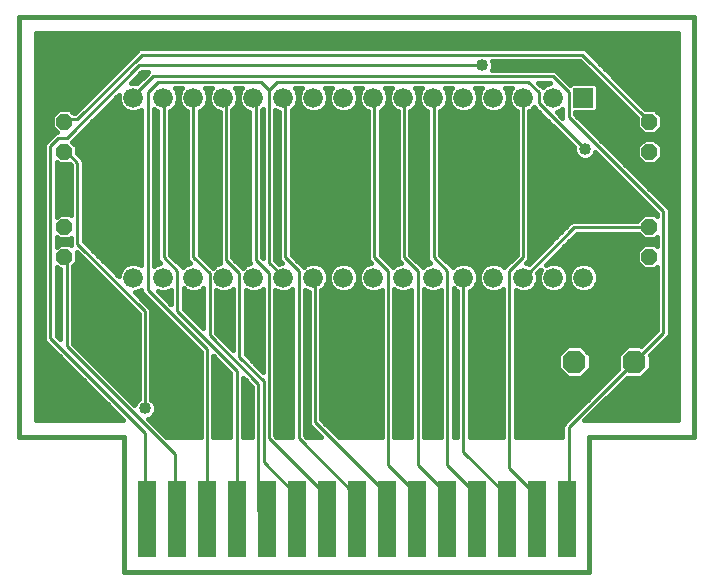
<source format=gbl>
G75*
%MOIN*%
%OFA0B0*%
%FSLAX25Y25*%
%IPPOS*%
%LPD*%
%AMOC8*
5,1,8,0,0,1.08239X$1,22.5*
%
%ADD10C,0.01600*%
%ADD11OC8,0.07600*%
%ADD12R,0.06600X0.06600*%
%ADD13C,0.06600*%
%ADD14OC8,0.05200*%
%ADD15R,0.06000X0.25500*%
%ADD16C,0.01000*%
%ADD17C,0.04000*%
D10*
X0176500Y0046900D02*
X0176500Y0186900D01*
X0401500Y0186900D01*
X0401500Y0046900D01*
X0366500Y0046900D01*
X0366500Y0001900D01*
X0211500Y0001900D01*
X0211500Y0046900D01*
X0176500Y0046900D01*
X0182100Y0052500D02*
X0182100Y0181300D01*
X0395900Y0181300D01*
X0395900Y0052500D01*
X0365386Y0052500D01*
X0364846Y0052276D01*
X0379167Y0066597D01*
X0379263Y0066500D01*
X0383737Y0066500D01*
X0386900Y0069663D01*
X0386900Y0074137D01*
X0386803Y0074233D01*
X0393200Y0080630D01*
X0393200Y0122870D01*
X0391970Y0124100D01*
X0361700Y0154370D01*
X0361700Y0155000D01*
X0368463Y0155000D01*
X0369400Y0155937D01*
X0369400Y0163863D01*
X0368463Y0164800D01*
X0360537Y0164800D01*
X0359954Y0164216D01*
X0355070Y0169100D01*
X0334075Y0169100D01*
X0334400Y0169884D01*
X0334400Y0171316D01*
X0334075Y0172100D01*
X0363230Y0172100D01*
X0382300Y0153030D01*
X0382300Y0150160D01*
X0384760Y0147700D01*
X0388240Y0147700D01*
X0390700Y0150160D01*
X0390700Y0153640D01*
X0388240Y0156100D01*
X0385170Y0156100D01*
X0364970Y0176300D01*
X0216530Y0176300D01*
X0215300Y0175070D01*
X0194930Y0154700D01*
X0194640Y0154700D01*
X0193240Y0156100D01*
X0189760Y0156100D01*
X0187300Y0153640D01*
X0187300Y0150160D01*
X0189060Y0148400D01*
X0188630Y0148400D01*
X0185930Y0145700D01*
X0184700Y0144470D01*
X0184700Y0078830D01*
X0211030Y0052500D01*
X0182100Y0052500D01*
X0182100Y0052848D02*
X0210682Y0052848D01*
X0209084Y0054446D02*
X0182100Y0054446D01*
X0182100Y0056045D02*
X0207485Y0056045D01*
X0205887Y0057643D02*
X0182100Y0057643D01*
X0182100Y0059242D02*
X0204288Y0059242D01*
X0202690Y0060840D02*
X0182100Y0060840D01*
X0182100Y0062439D02*
X0201091Y0062439D01*
X0199493Y0064037D02*
X0182100Y0064037D01*
X0182100Y0065636D02*
X0197894Y0065636D01*
X0196296Y0067234D02*
X0182100Y0067234D01*
X0182100Y0068833D02*
X0194697Y0068833D01*
X0193099Y0070432D02*
X0182100Y0070432D01*
X0182100Y0072030D02*
X0191500Y0072030D01*
X0189902Y0073629D02*
X0182100Y0073629D01*
X0182100Y0075227D02*
X0188303Y0075227D01*
X0186705Y0076826D02*
X0182100Y0076826D01*
X0182100Y0078424D02*
X0185106Y0078424D01*
X0184700Y0080023D02*
X0182100Y0080023D01*
X0182100Y0081621D02*
X0184700Y0081621D01*
X0184700Y0083220D02*
X0182100Y0083220D01*
X0182100Y0084818D02*
X0184700Y0084818D01*
X0184700Y0086417D02*
X0182100Y0086417D01*
X0182100Y0088015D02*
X0184700Y0088015D01*
X0184700Y0089614D02*
X0182100Y0089614D01*
X0182100Y0091212D02*
X0184700Y0091212D01*
X0184700Y0092811D02*
X0182100Y0092811D01*
X0182100Y0094409D02*
X0184700Y0094409D01*
X0184700Y0096008D02*
X0182100Y0096008D01*
X0182100Y0097606D02*
X0184700Y0097606D01*
X0184700Y0099205D02*
X0182100Y0099205D01*
X0182100Y0100803D02*
X0184700Y0100803D01*
X0184700Y0102402D02*
X0182100Y0102402D01*
X0182100Y0104000D02*
X0184700Y0104000D01*
X0184700Y0105599D02*
X0182100Y0105599D01*
X0182100Y0107197D02*
X0184700Y0107197D01*
X0184700Y0108796D02*
X0182100Y0108796D01*
X0182100Y0110394D02*
X0184700Y0110394D01*
X0184700Y0111993D02*
X0182100Y0111993D01*
X0182100Y0113591D02*
X0184700Y0113591D01*
X0184700Y0115190D02*
X0182100Y0115190D01*
X0182100Y0116788D02*
X0184700Y0116788D01*
X0184700Y0118387D02*
X0182100Y0118387D01*
X0182100Y0119985D02*
X0184700Y0119985D01*
X0184700Y0121584D02*
X0182100Y0121584D01*
X0182100Y0123182D02*
X0184700Y0123182D01*
X0184700Y0124781D02*
X0182100Y0124781D01*
X0182100Y0126379D02*
X0184700Y0126379D01*
X0184700Y0127978D02*
X0182100Y0127978D01*
X0182100Y0129576D02*
X0184700Y0129576D01*
X0184700Y0131175D02*
X0182100Y0131175D01*
X0182100Y0132773D02*
X0184700Y0132773D01*
X0184700Y0134372D02*
X0182100Y0134372D01*
X0182100Y0135970D02*
X0184700Y0135970D01*
X0184700Y0137569D02*
X0182100Y0137569D01*
X0182100Y0139168D02*
X0184700Y0139168D01*
X0184700Y0140766D02*
X0182100Y0140766D01*
X0182100Y0142365D02*
X0184700Y0142365D01*
X0184700Y0143963D02*
X0182100Y0143963D01*
X0182100Y0145562D02*
X0185792Y0145562D01*
X0187390Y0147160D02*
X0182100Y0147160D01*
X0182100Y0148759D02*
X0188702Y0148759D01*
X0187300Y0150357D02*
X0182100Y0150357D01*
X0182100Y0151956D02*
X0187300Y0151956D01*
X0187300Y0153554D02*
X0182100Y0153554D01*
X0182100Y0155153D02*
X0188813Y0155153D01*
X0182100Y0156751D02*
X0196981Y0156751D01*
X0195383Y0155153D02*
X0194187Y0155153D01*
X0198580Y0158350D02*
X0182100Y0158350D01*
X0182100Y0159948D02*
X0200178Y0159948D01*
X0201777Y0161547D02*
X0182100Y0161547D01*
X0182100Y0163145D02*
X0203375Y0163145D01*
X0204974Y0164744D02*
X0182100Y0164744D01*
X0182100Y0166342D02*
X0206572Y0166342D01*
X0208171Y0167941D02*
X0182100Y0167941D01*
X0182100Y0169539D02*
X0209769Y0169539D01*
X0211368Y0171138D02*
X0182100Y0171138D01*
X0182100Y0172736D02*
X0212966Y0172736D01*
X0214565Y0174335D02*
X0182100Y0174335D01*
X0182100Y0175933D02*
X0216163Y0175933D01*
X0217370Y0168500D02*
X0219530Y0168500D01*
X0218900Y0167870D01*
X0215726Y0164696D01*
X0215475Y0164800D01*
X0213670Y0164800D01*
X0217370Y0168500D01*
X0216811Y0167941D02*
X0218971Y0167941D01*
X0217372Y0166342D02*
X0215212Y0166342D01*
X0215611Y0164744D02*
X0215774Y0164744D01*
X0209600Y0160730D02*
X0209600Y0158925D01*
X0210346Y0157124D01*
X0211724Y0155746D01*
X0213525Y0155000D01*
X0215475Y0155000D01*
X0217100Y0155673D01*
X0217100Y0104127D01*
X0215475Y0104800D01*
X0213525Y0104800D01*
X0211724Y0104054D01*
X0210346Y0102676D01*
X0209600Y0100875D01*
X0209600Y0100370D01*
X0197900Y0112070D01*
X0197900Y0139070D01*
X0195700Y0141270D01*
X0195700Y0143640D01*
X0194105Y0145235D01*
X0194300Y0145430D01*
X0209600Y0160730D01*
X0209600Y0159948D02*
X0208818Y0159948D01*
X0209838Y0158350D02*
X0207219Y0158350D01*
X0205621Y0156751D02*
X0210719Y0156751D01*
X0213157Y0155153D02*
X0204022Y0155153D01*
X0202424Y0153554D02*
X0217100Y0153554D01*
X0217100Y0151956D02*
X0200825Y0151956D01*
X0199227Y0150357D02*
X0217100Y0150357D01*
X0217100Y0148759D02*
X0197628Y0148759D01*
X0196030Y0147160D02*
X0217100Y0147160D01*
X0217100Y0145562D02*
X0194431Y0145562D01*
X0195377Y0143963D02*
X0217100Y0143963D01*
X0217100Y0142365D02*
X0195700Y0142365D01*
X0196204Y0140766D02*
X0217100Y0140766D01*
X0217100Y0139168D02*
X0197802Y0139168D01*
X0197900Y0137569D02*
X0217100Y0137569D01*
X0217100Y0135970D02*
X0197900Y0135970D01*
X0197900Y0134372D02*
X0217100Y0134372D01*
X0217100Y0132773D02*
X0197900Y0132773D01*
X0197900Y0131175D02*
X0217100Y0131175D01*
X0217100Y0129576D02*
X0197900Y0129576D01*
X0197900Y0127978D02*
X0217100Y0127978D01*
X0217100Y0126379D02*
X0197900Y0126379D01*
X0197900Y0124781D02*
X0217100Y0124781D01*
X0217100Y0123182D02*
X0197900Y0123182D01*
X0197900Y0121584D02*
X0217100Y0121584D01*
X0217100Y0119985D02*
X0197900Y0119985D01*
X0197900Y0118387D02*
X0217100Y0118387D01*
X0217100Y0116788D02*
X0197900Y0116788D01*
X0197900Y0115190D02*
X0217100Y0115190D01*
X0217100Y0113591D02*
X0197900Y0113591D01*
X0197977Y0111993D02*
X0217100Y0111993D01*
X0217100Y0110394D02*
X0199576Y0110394D01*
X0201174Y0108796D02*
X0217100Y0108796D01*
X0217100Y0107197D02*
X0202773Y0107197D01*
X0204371Y0105599D02*
X0217100Y0105599D01*
X0221300Y0105599D02*
X0222731Y0105599D01*
X0222500Y0105830D02*
X0223530Y0104800D01*
X0223525Y0104800D01*
X0221724Y0104054D01*
X0221300Y0103630D01*
X0221300Y0156170D01*
X0221724Y0155746D01*
X0222500Y0155425D01*
X0222500Y0105830D01*
X0222500Y0107197D02*
X0221300Y0107197D01*
X0221300Y0108796D02*
X0222500Y0108796D01*
X0222500Y0110394D02*
X0221300Y0110394D01*
X0221300Y0111993D02*
X0222500Y0111993D01*
X0222500Y0113591D02*
X0221300Y0113591D01*
X0221300Y0115190D02*
X0222500Y0115190D01*
X0222500Y0116788D02*
X0221300Y0116788D01*
X0221300Y0118387D02*
X0222500Y0118387D01*
X0222500Y0119985D02*
X0221300Y0119985D01*
X0221300Y0121584D02*
X0222500Y0121584D01*
X0222500Y0123182D02*
X0221300Y0123182D01*
X0221300Y0124781D02*
X0222500Y0124781D01*
X0222500Y0126379D02*
X0221300Y0126379D01*
X0221300Y0127978D02*
X0222500Y0127978D01*
X0222500Y0129576D02*
X0221300Y0129576D01*
X0221300Y0131175D02*
X0222500Y0131175D01*
X0222500Y0132773D02*
X0221300Y0132773D01*
X0221300Y0134372D02*
X0222500Y0134372D01*
X0222500Y0135970D02*
X0221300Y0135970D01*
X0221300Y0137569D02*
X0222500Y0137569D01*
X0222500Y0139168D02*
X0221300Y0139168D01*
X0221300Y0140766D02*
X0222500Y0140766D01*
X0222500Y0142365D02*
X0221300Y0142365D01*
X0221300Y0143963D02*
X0222500Y0143963D01*
X0222500Y0145562D02*
X0221300Y0145562D01*
X0221300Y0147160D02*
X0222500Y0147160D01*
X0222500Y0148759D02*
X0221300Y0148759D01*
X0221300Y0150357D02*
X0222500Y0150357D01*
X0222500Y0151956D02*
X0221300Y0151956D01*
X0221300Y0153554D02*
X0222500Y0153554D01*
X0222500Y0155153D02*
X0221300Y0155153D01*
X0217100Y0155153D02*
X0215843Y0155153D01*
X0226700Y0155153D02*
X0232400Y0155153D01*
X0232400Y0155466D02*
X0232400Y0105830D01*
X0233458Y0104772D01*
X0231724Y0104054D01*
X0230970Y0103300D01*
X0229970Y0104300D01*
X0226700Y0107570D01*
X0226700Y0155508D01*
X0227276Y0155746D01*
X0228654Y0157124D01*
X0229400Y0158925D01*
X0229400Y0160875D01*
X0228654Y0162676D01*
X0228230Y0163100D01*
X0230770Y0163100D01*
X0230346Y0162676D01*
X0229600Y0160875D01*
X0229600Y0158925D01*
X0230346Y0157124D01*
X0231724Y0155746D01*
X0232400Y0155466D01*
X0232400Y0153554D02*
X0226700Y0153554D01*
X0226700Y0151956D02*
X0232400Y0151956D01*
X0232400Y0150357D02*
X0226700Y0150357D01*
X0226700Y0148759D02*
X0232400Y0148759D01*
X0232400Y0147160D02*
X0226700Y0147160D01*
X0226700Y0145562D02*
X0232400Y0145562D01*
X0232400Y0143963D02*
X0226700Y0143963D01*
X0226700Y0142365D02*
X0232400Y0142365D01*
X0232400Y0140766D02*
X0226700Y0140766D01*
X0226700Y0139168D02*
X0232400Y0139168D01*
X0232400Y0137569D02*
X0226700Y0137569D01*
X0226700Y0135970D02*
X0232400Y0135970D01*
X0232400Y0134372D02*
X0226700Y0134372D01*
X0226700Y0132773D02*
X0232400Y0132773D01*
X0232400Y0131175D02*
X0226700Y0131175D01*
X0226700Y0129576D02*
X0232400Y0129576D01*
X0232400Y0127978D02*
X0226700Y0127978D01*
X0226700Y0126379D02*
X0232400Y0126379D01*
X0232400Y0124781D02*
X0226700Y0124781D01*
X0226700Y0123182D02*
X0232400Y0123182D01*
X0232400Y0121584D02*
X0226700Y0121584D01*
X0226700Y0119985D02*
X0232400Y0119985D01*
X0232400Y0118387D02*
X0226700Y0118387D01*
X0226700Y0116788D02*
X0232400Y0116788D01*
X0232400Y0115190D02*
X0226700Y0115190D01*
X0226700Y0113591D02*
X0232400Y0113591D01*
X0232400Y0111993D02*
X0226700Y0111993D01*
X0226700Y0110394D02*
X0232400Y0110394D01*
X0232400Y0108796D02*
X0226700Y0108796D01*
X0227073Y0107197D02*
X0232400Y0107197D01*
X0232631Y0105599D02*
X0228671Y0105599D01*
X0230270Y0104000D02*
X0231671Y0104000D01*
X0236973Y0107197D02*
X0243200Y0107197D01*
X0243200Y0105599D02*
X0238571Y0105599D01*
X0240170Y0104000D02*
X0241671Y0104000D01*
X0241724Y0104054D02*
X0243387Y0104743D01*
X0243200Y0104930D01*
X0243200Y0155135D01*
X0241724Y0155746D01*
X0240346Y0157124D01*
X0239600Y0158925D01*
X0239600Y0160875D01*
X0240346Y0162676D01*
X0240770Y0163100D01*
X0238230Y0163100D01*
X0238654Y0162676D01*
X0239400Y0160875D01*
X0239400Y0158925D01*
X0238654Y0157124D01*
X0237276Y0155746D01*
X0236600Y0155466D01*
X0236600Y0107570D01*
X0240920Y0103250D01*
X0241724Y0104054D01*
X0243200Y0108796D02*
X0236600Y0108796D01*
X0236600Y0110394D02*
X0243200Y0110394D01*
X0243200Y0111993D02*
X0236600Y0111993D01*
X0236600Y0113591D02*
X0243200Y0113591D01*
X0243200Y0115190D02*
X0236600Y0115190D01*
X0236600Y0116788D02*
X0243200Y0116788D01*
X0243200Y0118387D02*
X0236600Y0118387D01*
X0236600Y0119985D02*
X0243200Y0119985D01*
X0243200Y0121584D02*
X0236600Y0121584D01*
X0236600Y0123182D02*
X0243200Y0123182D01*
X0243200Y0124781D02*
X0236600Y0124781D01*
X0236600Y0126379D02*
X0243200Y0126379D01*
X0243200Y0127978D02*
X0236600Y0127978D01*
X0236600Y0129576D02*
X0243200Y0129576D01*
X0243200Y0131175D02*
X0236600Y0131175D01*
X0236600Y0132773D02*
X0243200Y0132773D01*
X0243200Y0134372D02*
X0236600Y0134372D01*
X0236600Y0135970D02*
X0243200Y0135970D01*
X0243200Y0137569D02*
X0236600Y0137569D01*
X0236600Y0139168D02*
X0243200Y0139168D01*
X0243200Y0140766D02*
X0236600Y0140766D01*
X0236600Y0142365D02*
X0243200Y0142365D01*
X0243200Y0143963D02*
X0236600Y0143963D01*
X0236600Y0145562D02*
X0243200Y0145562D01*
X0243200Y0147160D02*
X0236600Y0147160D01*
X0236600Y0148759D02*
X0243200Y0148759D01*
X0243200Y0150357D02*
X0236600Y0150357D01*
X0236600Y0151956D02*
X0243200Y0151956D01*
X0243200Y0153554D02*
X0236600Y0153554D01*
X0236600Y0155153D02*
X0243157Y0155153D01*
X0240719Y0156751D02*
X0238281Y0156751D01*
X0239162Y0158350D02*
X0239838Y0158350D01*
X0239600Y0159948D02*
X0239400Y0159948D01*
X0239122Y0161547D02*
X0239878Y0161547D01*
X0248230Y0163100D02*
X0250770Y0163100D01*
X0250346Y0162676D01*
X0249600Y0160875D01*
X0249600Y0158925D01*
X0250346Y0157124D01*
X0251724Y0155746D01*
X0253100Y0155176D01*
X0253100Y0104930D01*
X0253317Y0104714D01*
X0251724Y0104054D01*
X0250870Y0103200D01*
X0250670Y0103400D01*
X0247400Y0106670D01*
X0247400Y0155870D01*
X0248654Y0157124D01*
X0249400Y0158925D01*
X0249400Y0160875D01*
X0248654Y0162676D01*
X0248230Y0163100D01*
X0249122Y0161547D02*
X0249878Y0161547D01*
X0249600Y0159948D02*
X0249400Y0159948D01*
X0249162Y0158350D02*
X0249838Y0158350D01*
X0250719Y0156751D02*
X0248281Y0156751D01*
X0247400Y0155153D02*
X0253100Y0155153D01*
X0253100Y0153554D02*
X0247400Y0153554D01*
X0247400Y0151956D02*
X0253100Y0151956D01*
X0253100Y0150357D02*
X0247400Y0150357D01*
X0247400Y0148759D02*
X0253100Y0148759D01*
X0253100Y0147160D02*
X0247400Y0147160D01*
X0247400Y0145562D02*
X0253100Y0145562D01*
X0253100Y0143963D02*
X0247400Y0143963D01*
X0247400Y0142365D02*
X0253100Y0142365D01*
X0253100Y0140766D02*
X0247400Y0140766D01*
X0247400Y0139168D02*
X0253100Y0139168D01*
X0253100Y0137569D02*
X0247400Y0137569D01*
X0247400Y0135970D02*
X0253100Y0135970D01*
X0253100Y0134372D02*
X0247400Y0134372D01*
X0247400Y0132773D02*
X0253100Y0132773D01*
X0253100Y0131175D02*
X0247400Y0131175D01*
X0247400Y0129576D02*
X0253100Y0129576D01*
X0253100Y0127978D02*
X0247400Y0127978D01*
X0247400Y0126379D02*
X0253100Y0126379D01*
X0253100Y0124781D02*
X0247400Y0124781D01*
X0247400Y0123182D02*
X0253100Y0123182D01*
X0253100Y0121584D02*
X0247400Y0121584D01*
X0247400Y0119985D02*
X0253100Y0119985D01*
X0253100Y0118387D02*
X0247400Y0118387D01*
X0247400Y0116788D02*
X0253100Y0116788D01*
X0253100Y0115190D02*
X0247400Y0115190D01*
X0247400Y0113591D02*
X0253100Y0113591D01*
X0253100Y0111993D02*
X0247400Y0111993D01*
X0247400Y0110394D02*
X0253100Y0110394D01*
X0253100Y0108796D02*
X0247400Y0108796D01*
X0247400Y0107197D02*
X0253100Y0107197D01*
X0253100Y0105599D02*
X0248471Y0105599D01*
X0250070Y0104000D02*
X0251671Y0104000D01*
X0257300Y0106670D02*
X0257300Y0155770D01*
X0257600Y0156070D01*
X0257600Y0106370D01*
X0257300Y0106670D01*
X0257300Y0107197D02*
X0257600Y0107197D01*
X0257600Y0108796D02*
X0257300Y0108796D01*
X0257300Y0110394D02*
X0257600Y0110394D01*
X0257600Y0111993D02*
X0257300Y0111993D01*
X0257300Y0113591D02*
X0257600Y0113591D01*
X0257600Y0115190D02*
X0257300Y0115190D01*
X0257300Y0116788D02*
X0257600Y0116788D01*
X0257600Y0118387D02*
X0257300Y0118387D01*
X0257300Y0119985D02*
X0257600Y0119985D01*
X0257600Y0121584D02*
X0257300Y0121584D01*
X0257300Y0123182D02*
X0257600Y0123182D01*
X0257600Y0124781D02*
X0257300Y0124781D01*
X0257300Y0126379D02*
X0257600Y0126379D01*
X0257600Y0127978D02*
X0257300Y0127978D01*
X0257300Y0129576D02*
X0257600Y0129576D01*
X0257600Y0131175D02*
X0257300Y0131175D01*
X0257300Y0132773D02*
X0257600Y0132773D01*
X0257600Y0134372D02*
X0257300Y0134372D01*
X0257300Y0135970D02*
X0257600Y0135970D01*
X0257600Y0137569D02*
X0257300Y0137569D01*
X0257300Y0139168D02*
X0257600Y0139168D01*
X0257600Y0140766D02*
X0257300Y0140766D01*
X0257300Y0142365D02*
X0257600Y0142365D01*
X0257600Y0143963D02*
X0257300Y0143963D01*
X0257300Y0145562D02*
X0257600Y0145562D01*
X0257600Y0147160D02*
X0257300Y0147160D01*
X0257300Y0148759D02*
X0257600Y0148759D01*
X0257600Y0150357D02*
X0257300Y0150357D01*
X0257300Y0151956D02*
X0257600Y0151956D01*
X0257600Y0153554D02*
X0257300Y0153554D01*
X0257300Y0155153D02*
X0257600Y0155153D01*
X0261800Y0155153D02*
X0263000Y0155153D01*
X0263000Y0155218D02*
X0263000Y0105830D01*
X0264030Y0104800D01*
X0263525Y0104800D01*
X0262991Y0104579D01*
X0261800Y0105770D01*
X0261800Y0155715D01*
X0263000Y0155218D01*
X0263000Y0153554D02*
X0261800Y0153554D01*
X0261800Y0151956D02*
X0263000Y0151956D01*
X0263000Y0150357D02*
X0261800Y0150357D01*
X0261800Y0148759D02*
X0263000Y0148759D01*
X0263000Y0147160D02*
X0261800Y0147160D01*
X0261800Y0145562D02*
X0263000Y0145562D01*
X0263000Y0143963D02*
X0261800Y0143963D01*
X0261800Y0142365D02*
X0263000Y0142365D01*
X0263000Y0140766D02*
X0261800Y0140766D01*
X0261800Y0139168D02*
X0263000Y0139168D01*
X0263000Y0137569D02*
X0261800Y0137569D01*
X0261800Y0135970D02*
X0263000Y0135970D01*
X0263000Y0134372D02*
X0261800Y0134372D01*
X0261800Y0132773D02*
X0263000Y0132773D01*
X0263000Y0131175D02*
X0261800Y0131175D01*
X0261800Y0129576D02*
X0263000Y0129576D01*
X0263000Y0127978D02*
X0261800Y0127978D01*
X0261800Y0126379D02*
X0263000Y0126379D01*
X0263000Y0124781D02*
X0261800Y0124781D01*
X0261800Y0123182D02*
X0263000Y0123182D01*
X0263000Y0121584D02*
X0261800Y0121584D01*
X0261800Y0119985D02*
X0263000Y0119985D01*
X0263000Y0118387D02*
X0261800Y0118387D01*
X0261800Y0116788D02*
X0263000Y0116788D01*
X0263000Y0115190D02*
X0261800Y0115190D01*
X0261800Y0113591D02*
X0263000Y0113591D01*
X0263000Y0111993D02*
X0261800Y0111993D01*
X0261800Y0110394D02*
X0263000Y0110394D01*
X0263000Y0108796D02*
X0261800Y0108796D01*
X0261800Y0107197D02*
X0263000Y0107197D01*
X0263231Y0105599D02*
X0261971Y0105599D01*
X0267200Y0107570D02*
X0267200Y0155715D01*
X0267276Y0155746D01*
X0268654Y0157124D01*
X0269400Y0158925D01*
X0269400Y0160875D01*
X0268654Y0162676D01*
X0268230Y0163100D01*
X0270770Y0163100D01*
X0270346Y0162676D01*
X0269600Y0160875D01*
X0269600Y0158925D01*
X0270346Y0157124D01*
X0271724Y0155746D01*
X0273525Y0155000D01*
X0275475Y0155000D01*
X0277276Y0155746D01*
X0278654Y0157124D01*
X0279400Y0158925D01*
X0279400Y0160875D01*
X0278654Y0162676D01*
X0278230Y0163100D01*
X0280770Y0163100D01*
X0280346Y0162676D01*
X0279600Y0160875D01*
X0279600Y0158925D01*
X0280346Y0157124D01*
X0281724Y0155746D01*
X0283525Y0155000D01*
X0285475Y0155000D01*
X0287276Y0155746D01*
X0288654Y0157124D01*
X0289400Y0158925D01*
X0289400Y0160875D01*
X0288654Y0162676D01*
X0288230Y0163100D01*
X0290770Y0163100D01*
X0290346Y0162676D01*
X0289600Y0160875D01*
X0289600Y0158925D01*
X0290346Y0157124D01*
X0291724Y0155746D01*
X0292700Y0155342D01*
X0292700Y0105830D01*
X0293730Y0104800D01*
X0293525Y0104800D01*
X0291724Y0104054D01*
X0290346Y0102676D01*
X0289600Y0100875D01*
X0289600Y0098925D01*
X0290346Y0097124D01*
X0291724Y0095746D01*
X0293525Y0095000D01*
X0295475Y0095000D01*
X0297200Y0095715D01*
X0297200Y0046900D01*
X0282870Y0046900D01*
X0277100Y0052670D01*
X0277100Y0095673D01*
X0277276Y0095746D01*
X0278654Y0097124D01*
X0279400Y0098925D01*
X0279400Y0100875D01*
X0278654Y0102676D01*
X0277276Y0104054D01*
X0275475Y0104800D01*
X0273525Y0104800D01*
X0271724Y0104054D01*
X0271220Y0103550D01*
X0270470Y0104300D01*
X0267200Y0107570D01*
X0267573Y0107197D02*
X0292700Y0107197D01*
X0292700Y0108796D02*
X0267200Y0108796D01*
X0267200Y0110394D02*
X0292700Y0110394D01*
X0292700Y0111993D02*
X0267200Y0111993D01*
X0267200Y0113591D02*
X0292700Y0113591D01*
X0292700Y0115190D02*
X0267200Y0115190D01*
X0267200Y0116788D02*
X0292700Y0116788D01*
X0292700Y0118387D02*
X0267200Y0118387D01*
X0267200Y0119985D02*
X0292700Y0119985D01*
X0292700Y0121584D02*
X0267200Y0121584D01*
X0267200Y0123182D02*
X0292700Y0123182D01*
X0292700Y0124781D02*
X0267200Y0124781D01*
X0267200Y0126379D02*
X0292700Y0126379D01*
X0292700Y0127978D02*
X0267200Y0127978D01*
X0267200Y0129576D02*
X0292700Y0129576D01*
X0292700Y0131175D02*
X0267200Y0131175D01*
X0267200Y0132773D02*
X0292700Y0132773D01*
X0292700Y0134372D02*
X0267200Y0134372D01*
X0267200Y0135970D02*
X0292700Y0135970D01*
X0292700Y0137569D02*
X0267200Y0137569D01*
X0267200Y0139168D02*
X0292700Y0139168D01*
X0292700Y0140766D02*
X0267200Y0140766D01*
X0267200Y0142365D02*
X0292700Y0142365D01*
X0292700Y0143963D02*
X0267200Y0143963D01*
X0267200Y0145562D02*
X0292700Y0145562D01*
X0292700Y0147160D02*
X0267200Y0147160D01*
X0267200Y0148759D02*
X0292700Y0148759D01*
X0292700Y0150357D02*
X0267200Y0150357D01*
X0267200Y0151956D02*
X0292700Y0151956D01*
X0292700Y0153554D02*
X0267200Y0153554D01*
X0267200Y0155153D02*
X0273157Y0155153D01*
X0275843Y0155153D02*
X0283157Y0155153D01*
X0285843Y0155153D02*
X0292700Y0155153D01*
X0290719Y0156751D02*
X0288281Y0156751D01*
X0289162Y0158350D02*
X0289838Y0158350D01*
X0289600Y0159948D02*
X0289400Y0159948D01*
X0289122Y0161547D02*
X0289878Y0161547D01*
X0298230Y0163100D02*
X0300770Y0163100D01*
X0300346Y0162676D01*
X0299600Y0160875D01*
X0299600Y0158925D01*
X0300346Y0157124D01*
X0301724Y0155746D01*
X0302600Y0155383D01*
X0302600Y0105830D01*
X0303630Y0104800D01*
X0303525Y0104800D01*
X0301724Y0104054D01*
X0301070Y0103400D01*
X0300170Y0104300D01*
X0296900Y0107570D01*
X0296900Y0155590D01*
X0297276Y0155746D01*
X0298654Y0157124D01*
X0299400Y0158925D01*
X0299400Y0160875D01*
X0298654Y0162676D01*
X0298230Y0163100D01*
X0299122Y0161547D02*
X0299878Y0161547D01*
X0299600Y0159948D02*
X0299400Y0159948D01*
X0299162Y0158350D02*
X0299838Y0158350D01*
X0300719Y0156751D02*
X0298281Y0156751D01*
X0296900Y0155153D02*
X0302600Y0155153D01*
X0302600Y0153554D02*
X0296900Y0153554D01*
X0296900Y0151956D02*
X0302600Y0151956D01*
X0302600Y0150357D02*
X0296900Y0150357D01*
X0296900Y0148759D02*
X0302600Y0148759D01*
X0302600Y0147160D02*
X0296900Y0147160D01*
X0296900Y0145562D02*
X0302600Y0145562D01*
X0302600Y0143963D02*
X0296900Y0143963D01*
X0296900Y0142365D02*
X0302600Y0142365D01*
X0302600Y0140766D02*
X0296900Y0140766D01*
X0296900Y0139168D02*
X0302600Y0139168D01*
X0302600Y0137569D02*
X0296900Y0137569D01*
X0296900Y0135970D02*
X0302600Y0135970D01*
X0302600Y0134372D02*
X0296900Y0134372D01*
X0296900Y0132773D02*
X0302600Y0132773D01*
X0302600Y0131175D02*
X0296900Y0131175D01*
X0296900Y0129576D02*
X0302600Y0129576D01*
X0302600Y0127978D02*
X0296900Y0127978D01*
X0296900Y0126379D02*
X0302600Y0126379D01*
X0302600Y0124781D02*
X0296900Y0124781D01*
X0296900Y0123182D02*
X0302600Y0123182D01*
X0302600Y0121584D02*
X0296900Y0121584D01*
X0296900Y0119985D02*
X0302600Y0119985D01*
X0302600Y0118387D02*
X0296900Y0118387D01*
X0296900Y0116788D02*
X0302600Y0116788D01*
X0302600Y0115190D02*
X0296900Y0115190D01*
X0296900Y0113591D02*
X0302600Y0113591D01*
X0302600Y0111993D02*
X0296900Y0111993D01*
X0296900Y0110394D02*
X0302600Y0110394D01*
X0302600Y0108796D02*
X0296900Y0108796D01*
X0297273Y0107197D02*
X0302600Y0107197D01*
X0302831Y0105599D02*
X0298871Y0105599D01*
X0300470Y0104000D02*
X0301671Y0104000D01*
X0306800Y0107570D02*
X0306800Y0155549D01*
X0307276Y0155746D01*
X0308654Y0157124D01*
X0309400Y0158925D01*
X0309400Y0160875D01*
X0308654Y0162676D01*
X0308230Y0163100D01*
X0310770Y0163100D01*
X0310346Y0162676D01*
X0309600Y0160875D01*
X0309600Y0158925D01*
X0310346Y0157124D01*
X0311724Y0155746D01*
X0312500Y0155425D01*
X0312500Y0105830D01*
X0313530Y0104800D01*
X0313525Y0104800D01*
X0311724Y0104054D01*
X0311020Y0103350D01*
X0310070Y0104300D01*
X0306800Y0107570D01*
X0307173Y0107197D02*
X0312500Y0107197D01*
X0312500Y0108796D02*
X0306800Y0108796D01*
X0306800Y0110394D02*
X0312500Y0110394D01*
X0312500Y0111993D02*
X0306800Y0111993D01*
X0306800Y0113591D02*
X0312500Y0113591D01*
X0312500Y0115190D02*
X0306800Y0115190D01*
X0306800Y0116788D02*
X0312500Y0116788D01*
X0312500Y0118387D02*
X0306800Y0118387D01*
X0306800Y0119985D02*
X0312500Y0119985D01*
X0312500Y0121584D02*
X0306800Y0121584D01*
X0306800Y0123182D02*
X0312500Y0123182D01*
X0312500Y0124781D02*
X0306800Y0124781D01*
X0306800Y0126379D02*
X0312500Y0126379D01*
X0312500Y0127978D02*
X0306800Y0127978D01*
X0306800Y0129576D02*
X0312500Y0129576D01*
X0312500Y0131175D02*
X0306800Y0131175D01*
X0306800Y0132773D02*
X0312500Y0132773D01*
X0312500Y0134372D02*
X0306800Y0134372D01*
X0306800Y0135970D02*
X0312500Y0135970D01*
X0312500Y0137569D02*
X0306800Y0137569D01*
X0306800Y0139168D02*
X0312500Y0139168D01*
X0312500Y0140766D02*
X0306800Y0140766D01*
X0306800Y0142365D02*
X0312500Y0142365D01*
X0312500Y0143963D02*
X0306800Y0143963D01*
X0306800Y0145562D02*
X0312500Y0145562D01*
X0312500Y0147160D02*
X0306800Y0147160D01*
X0306800Y0148759D02*
X0312500Y0148759D01*
X0312500Y0150357D02*
X0306800Y0150357D01*
X0306800Y0151956D02*
X0312500Y0151956D01*
X0312500Y0153554D02*
X0306800Y0153554D01*
X0306800Y0155153D02*
X0312500Y0155153D01*
X0310719Y0156751D02*
X0308281Y0156751D01*
X0309162Y0158350D02*
X0309838Y0158350D01*
X0309600Y0159948D02*
X0309400Y0159948D01*
X0309122Y0161547D02*
X0309878Y0161547D01*
X0318230Y0163100D02*
X0320770Y0163100D01*
X0320346Y0162676D01*
X0319600Y0160875D01*
X0319600Y0158925D01*
X0320346Y0157124D01*
X0321724Y0155746D01*
X0323525Y0155000D01*
X0325475Y0155000D01*
X0327276Y0155746D01*
X0328654Y0157124D01*
X0329400Y0158925D01*
X0329400Y0160875D01*
X0328654Y0162676D01*
X0328230Y0163100D01*
X0330770Y0163100D01*
X0330346Y0162676D01*
X0329600Y0160875D01*
X0329600Y0158925D01*
X0330346Y0157124D01*
X0331724Y0155746D01*
X0333525Y0155000D01*
X0335475Y0155000D01*
X0337276Y0155746D01*
X0338654Y0157124D01*
X0339400Y0158925D01*
X0339400Y0160875D01*
X0338654Y0162676D01*
X0338230Y0163100D01*
X0340770Y0163100D01*
X0340346Y0162676D01*
X0339600Y0160875D01*
X0339600Y0158925D01*
X0340346Y0157124D01*
X0341724Y0155746D01*
X0342200Y0155549D01*
X0342200Y0107570D01*
X0338930Y0104300D01*
X0337980Y0103350D01*
X0337276Y0104054D01*
X0335475Y0104800D01*
X0333525Y0104800D01*
X0331724Y0104054D01*
X0330346Y0102676D01*
X0329600Y0100875D01*
X0329600Y0098925D01*
X0330346Y0097124D01*
X0331724Y0095746D01*
X0333525Y0095000D01*
X0335475Y0095000D01*
X0337276Y0095746D01*
X0337700Y0096170D01*
X0337700Y0046900D01*
X0326600Y0046900D01*
X0326600Y0095466D01*
X0327276Y0095746D01*
X0328654Y0097124D01*
X0329400Y0098925D01*
X0329400Y0100875D01*
X0328654Y0102676D01*
X0327276Y0104054D01*
X0325475Y0104800D01*
X0323525Y0104800D01*
X0321724Y0104054D01*
X0320970Y0103300D01*
X0319970Y0104300D01*
X0316700Y0107570D01*
X0316700Y0155508D01*
X0317276Y0155746D01*
X0318654Y0157124D01*
X0319400Y0158925D01*
X0319400Y0160875D01*
X0318654Y0162676D01*
X0318230Y0163100D01*
X0319122Y0161547D02*
X0319878Y0161547D01*
X0319600Y0159948D02*
X0319400Y0159948D01*
X0319162Y0158350D02*
X0319838Y0158350D01*
X0320719Y0156751D02*
X0318281Y0156751D01*
X0316700Y0155153D02*
X0323157Y0155153D01*
X0325843Y0155153D02*
X0333157Y0155153D01*
X0335843Y0155153D02*
X0342200Y0155153D01*
X0342200Y0153554D02*
X0316700Y0153554D01*
X0316700Y0151956D02*
X0342200Y0151956D01*
X0342200Y0150357D02*
X0316700Y0150357D01*
X0316700Y0148759D02*
X0342200Y0148759D01*
X0342200Y0147160D02*
X0316700Y0147160D01*
X0316700Y0145562D02*
X0342200Y0145562D01*
X0342200Y0143963D02*
X0316700Y0143963D01*
X0316700Y0142365D02*
X0342200Y0142365D01*
X0342200Y0140766D02*
X0316700Y0140766D01*
X0316700Y0139168D02*
X0342200Y0139168D01*
X0342200Y0137569D02*
X0316700Y0137569D01*
X0316700Y0135970D02*
X0342200Y0135970D01*
X0342200Y0134372D02*
X0316700Y0134372D01*
X0316700Y0132773D02*
X0342200Y0132773D01*
X0342200Y0131175D02*
X0316700Y0131175D01*
X0316700Y0129576D02*
X0342200Y0129576D01*
X0342200Y0127978D02*
X0316700Y0127978D01*
X0316700Y0126379D02*
X0342200Y0126379D01*
X0342200Y0124781D02*
X0316700Y0124781D01*
X0316700Y0123182D02*
X0342200Y0123182D01*
X0342200Y0121584D02*
X0316700Y0121584D01*
X0316700Y0119985D02*
X0342200Y0119985D01*
X0342200Y0118387D02*
X0316700Y0118387D01*
X0316700Y0116788D02*
X0342200Y0116788D01*
X0342200Y0115190D02*
X0316700Y0115190D01*
X0316700Y0113591D02*
X0342200Y0113591D01*
X0342200Y0111993D02*
X0316700Y0111993D01*
X0316700Y0110394D02*
X0342200Y0110394D01*
X0342200Y0108796D02*
X0316700Y0108796D01*
X0317073Y0107197D02*
X0341827Y0107197D01*
X0340229Y0105599D02*
X0318671Y0105599D01*
X0320270Y0104000D02*
X0321671Y0104000D01*
X0327329Y0104000D02*
X0331671Y0104000D01*
X0330233Y0102402D02*
X0328767Y0102402D01*
X0329400Y0100803D02*
X0329600Y0100803D01*
X0329600Y0099205D02*
X0329400Y0099205D01*
X0328854Y0097606D02*
X0330146Y0097606D01*
X0331463Y0096008D02*
X0327537Y0096008D01*
X0326600Y0094409D02*
X0337700Y0094409D01*
X0337700Y0092811D02*
X0326600Y0092811D01*
X0326600Y0091212D02*
X0337700Y0091212D01*
X0337700Y0089614D02*
X0326600Y0089614D01*
X0326600Y0088015D02*
X0337700Y0088015D01*
X0337700Y0086417D02*
X0326600Y0086417D01*
X0326600Y0084818D02*
X0337700Y0084818D01*
X0337700Y0083220D02*
X0326600Y0083220D01*
X0326600Y0081621D02*
X0337700Y0081621D01*
X0337700Y0080023D02*
X0326600Y0080023D01*
X0326600Y0078424D02*
X0337700Y0078424D01*
X0337700Y0076826D02*
X0326600Y0076826D01*
X0326600Y0075227D02*
X0337700Y0075227D01*
X0337700Y0073629D02*
X0326600Y0073629D01*
X0326600Y0072030D02*
X0337700Y0072030D01*
X0337700Y0070432D02*
X0326600Y0070432D01*
X0326600Y0068833D02*
X0337700Y0068833D01*
X0337700Y0067234D02*
X0326600Y0067234D01*
X0326600Y0065636D02*
X0337700Y0065636D01*
X0337700Y0064037D02*
X0326600Y0064037D01*
X0326600Y0062439D02*
X0337700Y0062439D01*
X0337700Y0060840D02*
X0326600Y0060840D01*
X0326600Y0059242D02*
X0337700Y0059242D01*
X0337700Y0057643D02*
X0326600Y0057643D01*
X0326600Y0056045D02*
X0337700Y0056045D01*
X0337700Y0054446D02*
X0326600Y0054446D01*
X0326600Y0052848D02*
X0337700Y0052848D01*
X0337700Y0051249D02*
X0326600Y0051249D01*
X0326600Y0049651D02*
X0337700Y0049651D01*
X0337700Y0048052D02*
X0326600Y0048052D01*
X0322400Y0048052D02*
X0321200Y0048052D01*
X0321200Y0046900D02*
X0322400Y0046900D01*
X0322400Y0095466D01*
X0321724Y0095746D01*
X0321200Y0096270D01*
X0321200Y0046900D01*
X0317000Y0046900D02*
X0311300Y0046900D01*
X0311300Y0096170D01*
X0311724Y0095746D01*
X0313525Y0095000D01*
X0315475Y0095000D01*
X0317000Y0095632D01*
X0317000Y0046900D01*
X0317000Y0048052D02*
X0311300Y0048052D01*
X0311300Y0049651D02*
X0317000Y0049651D01*
X0317000Y0051249D02*
X0311300Y0051249D01*
X0311300Y0052848D02*
X0317000Y0052848D01*
X0317000Y0054446D02*
X0311300Y0054446D01*
X0311300Y0056045D02*
X0317000Y0056045D01*
X0317000Y0057643D02*
X0311300Y0057643D01*
X0311300Y0059242D02*
X0317000Y0059242D01*
X0317000Y0060840D02*
X0311300Y0060840D01*
X0311300Y0062439D02*
X0317000Y0062439D01*
X0317000Y0064037D02*
X0311300Y0064037D01*
X0311300Y0065636D02*
X0317000Y0065636D01*
X0317000Y0067234D02*
X0311300Y0067234D01*
X0311300Y0068833D02*
X0317000Y0068833D01*
X0317000Y0070432D02*
X0311300Y0070432D01*
X0311300Y0072030D02*
X0317000Y0072030D01*
X0317000Y0073629D02*
X0311300Y0073629D01*
X0311300Y0075227D02*
X0317000Y0075227D01*
X0317000Y0076826D02*
X0311300Y0076826D01*
X0311300Y0078424D02*
X0317000Y0078424D01*
X0317000Y0080023D02*
X0311300Y0080023D01*
X0311300Y0081621D02*
X0317000Y0081621D01*
X0317000Y0083220D02*
X0311300Y0083220D01*
X0311300Y0084818D02*
X0317000Y0084818D01*
X0317000Y0086417D02*
X0311300Y0086417D01*
X0311300Y0088015D02*
X0317000Y0088015D01*
X0317000Y0089614D02*
X0311300Y0089614D01*
X0311300Y0091212D02*
X0317000Y0091212D01*
X0317000Y0092811D02*
X0311300Y0092811D01*
X0311300Y0094409D02*
X0317000Y0094409D01*
X0321200Y0094409D02*
X0322400Y0094409D01*
X0322400Y0092811D02*
X0321200Y0092811D01*
X0321200Y0091212D02*
X0322400Y0091212D01*
X0322400Y0089614D02*
X0321200Y0089614D01*
X0321200Y0088015D02*
X0322400Y0088015D01*
X0322400Y0086417D02*
X0321200Y0086417D01*
X0321200Y0084818D02*
X0322400Y0084818D01*
X0322400Y0083220D02*
X0321200Y0083220D01*
X0321200Y0081621D02*
X0322400Y0081621D01*
X0322400Y0080023D02*
X0321200Y0080023D01*
X0321200Y0078424D02*
X0322400Y0078424D01*
X0322400Y0076826D02*
X0321200Y0076826D01*
X0321200Y0075227D02*
X0322400Y0075227D01*
X0322400Y0073629D02*
X0321200Y0073629D01*
X0321200Y0072030D02*
X0322400Y0072030D01*
X0322400Y0070432D02*
X0321200Y0070432D01*
X0321200Y0068833D02*
X0322400Y0068833D01*
X0322400Y0067234D02*
X0321200Y0067234D01*
X0321200Y0065636D02*
X0322400Y0065636D01*
X0322400Y0064037D02*
X0321200Y0064037D01*
X0321200Y0062439D02*
X0322400Y0062439D01*
X0322400Y0060840D02*
X0321200Y0060840D01*
X0321200Y0059242D02*
X0322400Y0059242D01*
X0322400Y0057643D02*
X0321200Y0057643D01*
X0321200Y0056045D02*
X0322400Y0056045D01*
X0322400Y0054446D02*
X0321200Y0054446D01*
X0321200Y0052848D02*
X0322400Y0052848D01*
X0322400Y0051249D02*
X0321200Y0051249D01*
X0321200Y0049651D02*
X0322400Y0049651D01*
X0307100Y0049651D02*
X0301400Y0049651D01*
X0301400Y0051249D02*
X0307100Y0051249D01*
X0307100Y0052848D02*
X0301400Y0052848D01*
X0301400Y0054446D02*
X0307100Y0054446D01*
X0307100Y0056045D02*
X0301400Y0056045D01*
X0301400Y0057643D02*
X0307100Y0057643D01*
X0307100Y0059242D02*
X0301400Y0059242D01*
X0301400Y0060840D02*
X0307100Y0060840D01*
X0307100Y0062439D02*
X0301400Y0062439D01*
X0301400Y0064037D02*
X0307100Y0064037D01*
X0307100Y0065636D02*
X0301400Y0065636D01*
X0301400Y0067234D02*
X0307100Y0067234D01*
X0307100Y0068833D02*
X0301400Y0068833D01*
X0301400Y0070432D02*
X0307100Y0070432D01*
X0307100Y0072030D02*
X0301400Y0072030D01*
X0301400Y0073629D02*
X0307100Y0073629D01*
X0307100Y0075227D02*
X0301400Y0075227D01*
X0301400Y0076826D02*
X0307100Y0076826D01*
X0307100Y0078424D02*
X0301400Y0078424D01*
X0301400Y0080023D02*
X0307100Y0080023D01*
X0307100Y0081621D02*
X0301400Y0081621D01*
X0301400Y0083220D02*
X0307100Y0083220D01*
X0307100Y0084818D02*
X0301400Y0084818D01*
X0301400Y0086417D02*
X0307100Y0086417D01*
X0307100Y0088015D02*
X0301400Y0088015D01*
X0301400Y0089614D02*
X0307100Y0089614D01*
X0307100Y0091212D02*
X0301400Y0091212D01*
X0301400Y0092811D02*
X0307100Y0092811D01*
X0307100Y0094409D02*
X0301400Y0094409D01*
X0301724Y0095746D02*
X0303525Y0095000D01*
X0305475Y0095000D01*
X0307100Y0095673D01*
X0307100Y0046900D01*
X0301400Y0046900D01*
X0301400Y0096070D01*
X0301724Y0095746D01*
X0301463Y0096008D02*
X0301400Y0096008D01*
X0297200Y0094409D02*
X0277100Y0094409D01*
X0277100Y0092811D02*
X0297200Y0092811D01*
X0297200Y0091212D02*
X0277100Y0091212D01*
X0277100Y0089614D02*
X0297200Y0089614D01*
X0297200Y0088015D02*
X0277100Y0088015D01*
X0277100Y0086417D02*
X0297200Y0086417D01*
X0297200Y0084818D02*
X0277100Y0084818D01*
X0277100Y0083220D02*
X0297200Y0083220D01*
X0297200Y0081621D02*
X0277100Y0081621D01*
X0277100Y0080023D02*
X0297200Y0080023D01*
X0297200Y0078424D02*
X0277100Y0078424D01*
X0277100Y0076826D02*
X0297200Y0076826D01*
X0297200Y0075227D02*
X0277100Y0075227D01*
X0277100Y0073629D02*
X0297200Y0073629D01*
X0297200Y0072030D02*
X0277100Y0072030D01*
X0277100Y0070432D02*
X0297200Y0070432D01*
X0297200Y0068833D02*
X0277100Y0068833D01*
X0277100Y0067234D02*
X0297200Y0067234D01*
X0297200Y0065636D02*
X0277100Y0065636D01*
X0277100Y0064037D02*
X0297200Y0064037D01*
X0297200Y0062439D02*
X0277100Y0062439D01*
X0277100Y0060840D02*
X0297200Y0060840D01*
X0297200Y0059242D02*
X0277100Y0059242D01*
X0277100Y0057643D02*
X0297200Y0057643D01*
X0297200Y0056045D02*
X0277100Y0056045D01*
X0277100Y0054446D02*
X0297200Y0054446D01*
X0297200Y0052848D02*
X0277100Y0052848D01*
X0278520Y0051249D02*
X0297200Y0051249D01*
X0297200Y0049651D02*
X0280119Y0049651D01*
X0281717Y0048052D02*
X0297200Y0048052D01*
X0301400Y0048052D02*
X0307100Y0048052D01*
X0276930Y0046900D02*
X0272070Y0046900D01*
X0271700Y0047270D01*
X0271700Y0095770D01*
X0271724Y0095746D01*
X0272900Y0095259D01*
X0272900Y0050930D01*
X0276930Y0046900D01*
X0275778Y0048052D02*
X0271700Y0048052D01*
X0271700Y0049651D02*
X0274179Y0049651D01*
X0272900Y0051249D02*
X0271700Y0051249D01*
X0271700Y0052848D02*
X0272900Y0052848D01*
X0272900Y0054446D02*
X0271700Y0054446D01*
X0271700Y0056045D02*
X0272900Y0056045D01*
X0272900Y0057643D02*
X0271700Y0057643D01*
X0271700Y0059242D02*
X0272900Y0059242D01*
X0272900Y0060840D02*
X0271700Y0060840D01*
X0271700Y0062439D02*
X0272900Y0062439D01*
X0272900Y0064037D02*
X0271700Y0064037D01*
X0271700Y0065636D02*
X0272900Y0065636D01*
X0272900Y0067234D02*
X0271700Y0067234D01*
X0271700Y0068833D02*
X0272900Y0068833D01*
X0272900Y0070432D02*
X0271700Y0070432D01*
X0271700Y0072030D02*
X0272900Y0072030D01*
X0272900Y0073629D02*
X0271700Y0073629D01*
X0271700Y0075227D02*
X0272900Y0075227D01*
X0272900Y0076826D02*
X0271700Y0076826D01*
X0271700Y0078424D02*
X0272900Y0078424D01*
X0272900Y0080023D02*
X0271700Y0080023D01*
X0271700Y0081621D02*
X0272900Y0081621D01*
X0272900Y0083220D02*
X0271700Y0083220D01*
X0271700Y0084818D02*
X0272900Y0084818D01*
X0272900Y0086417D02*
X0271700Y0086417D01*
X0271700Y0088015D02*
X0272900Y0088015D01*
X0272900Y0089614D02*
X0271700Y0089614D01*
X0271700Y0091212D02*
X0272900Y0091212D01*
X0272900Y0092811D02*
X0271700Y0092811D01*
X0271700Y0094409D02*
X0272900Y0094409D01*
X0277537Y0096008D02*
X0281463Y0096008D01*
X0281724Y0095746D02*
X0283525Y0095000D01*
X0285475Y0095000D01*
X0287276Y0095746D01*
X0288654Y0097124D01*
X0289400Y0098925D01*
X0289400Y0100875D01*
X0288654Y0102676D01*
X0287276Y0104054D01*
X0285475Y0104800D01*
X0283525Y0104800D01*
X0281724Y0104054D01*
X0280346Y0102676D01*
X0279600Y0100875D01*
X0279600Y0098925D01*
X0280346Y0097124D01*
X0281724Y0095746D01*
X0280146Y0097606D02*
X0278854Y0097606D01*
X0279400Y0099205D02*
X0279600Y0099205D01*
X0279600Y0100803D02*
X0279400Y0100803D01*
X0278767Y0102402D02*
X0280233Y0102402D01*
X0281671Y0104000D02*
X0277329Y0104000D01*
X0271671Y0104000D02*
X0270770Y0104000D01*
X0269171Y0105599D02*
X0292931Y0105599D01*
X0291671Y0104000D02*
X0287329Y0104000D01*
X0288767Y0102402D02*
X0290233Y0102402D01*
X0289600Y0100803D02*
X0289400Y0100803D01*
X0289400Y0099205D02*
X0289600Y0099205D01*
X0290146Y0097606D02*
X0288854Y0097606D01*
X0287537Y0096008D02*
X0291463Y0096008D01*
X0308771Y0105599D02*
X0312731Y0105599D01*
X0311671Y0104000D02*
X0310370Y0104000D01*
X0311300Y0096008D02*
X0311463Y0096008D01*
X0321200Y0096008D02*
X0321463Y0096008D01*
X0337537Y0096008D02*
X0337700Y0096008D01*
X0341900Y0095673D02*
X0343525Y0095000D01*
X0345475Y0095000D01*
X0347276Y0095746D01*
X0348654Y0097124D01*
X0349400Y0098925D01*
X0349400Y0100875D01*
X0349179Y0101409D01*
X0350276Y0102506D01*
X0349600Y0100875D01*
X0349600Y0098925D01*
X0350346Y0097124D01*
X0351724Y0095746D01*
X0353525Y0095000D01*
X0355475Y0095000D01*
X0357276Y0095746D01*
X0358654Y0097124D01*
X0359400Y0098925D01*
X0359400Y0100875D01*
X0358654Y0102676D01*
X0357276Y0104054D01*
X0355475Y0104800D01*
X0353525Y0104800D01*
X0351894Y0104124D01*
X0362270Y0114500D01*
X0382960Y0114500D01*
X0384760Y0112700D01*
X0388240Y0112700D01*
X0389000Y0113460D01*
X0389000Y0110340D01*
X0388240Y0111100D01*
X0384760Y0111100D01*
X0382300Y0108640D01*
X0382300Y0105160D01*
X0384760Y0102700D01*
X0388240Y0102700D01*
X0389000Y0103460D01*
X0389000Y0082370D01*
X0383833Y0077203D01*
X0383737Y0077300D01*
X0379263Y0077300D01*
X0376100Y0074137D01*
X0376100Y0069663D01*
X0376197Y0069567D01*
X0357500Y0050870D01*
X0357500Y0046900D01*
X0341900Y0046900D01*
X0341900Y0095673D01*
X0341900Y0094409D02*
X0389000Y0094409D01*
X0389000Y0092811D02*
X0341900Y0092811D01*
X0341900Y0091212D02*
X0389000Y0091212D01*
X0389000Y0089614D02*
X0341900Y0089614D01*
X0341900Y0088015D02*
X0389000Y0088015D01*
X0389000Y0086417D02*
X0341900Y0086417D01*
X0341900Y0084818D02*
X0389000Y0084818D01*
X0389000Y0083220D02*
X0341900Y0083220D01*
X0341900Y0081621D02*
X0388251Y0081621D01*
X0386653Y0080023D02*
X0341900Y0080023D01*
X0341900Y0078424D02*
X0385054Y0078424D01*
X0389395Y0076826D02*
X0395900Y0076826D01*
X0395900Y0078424D02*
X0390994Y0078424D01*
X0392592Y0080023D02*
X0395900Y0080023D01*
X0395900Y0081621D02*
X0393200Y0081621D01*
X0393200Y0083220D02*
X0395900Y0083220D01*
X0395900Y0084818D02*
X0393200Y0084818D01*
X0393200Y0086417D02*
X0395900Y0086417D01*
X0395900Y0088015D02*
X0393200Y0088015D01*
X0393200Y0089614D02*
X0395900Y0089614D01*
X0395900Y0091212D02*
X0393200Y0091212D01*
X0393200Y0092811D02*
X0395900Y0092811D01*
X0395900Y0094409D02*
X0393200Y0094409D01*
X0393200Y0096008D02*
X0395900Y0096008D01*
X0395900Y0097606D02*
X0393200Y0097606D01*
X0393200Y0099205D02*
X0395900Y0099205D01*
X0395900Y0100803D02*
X0393200Y0100803D01*
X0393200Y0102402D02*
X0395900Y0102402D01*
X0395900Y0104000D02*
X0393200Y0104000D01*
X0393200Y0105599D02*
X0395900Y0105599D01*
X0395900Y0107197D02*
X0393200Y0107197D01*
X0393200Y0108796D02*
X0395900Y0108796D01*
X0395900Y0110394D02*
X0393200Y0110394D01*
X0393200Y0111993D02*
X0395900Y0111993D01*
X0395900Y0113591D02*
X0393200Y0113591D01*
X0393200Y0115190D02*
X0395900Y0115190D01*
X0395900Y0116788D02*
X0393200Y0116788D01*
X0393200Y0118387D02*
X0395900Y0118387D01*
X0395900Y0119985D02*
X0393200Y0119985D01*
X0393200Y0121584D02*
X0395900Y0121584D01*
X0395900Y0123182D02*
X0392887Y0123182D01*
X0391289Y0124781D02*
X0395900Y0124781D01*
X0395900Y0126379D02*
X0389690Y0126379D01*
X0388092Y0127978D02*
X0395900Y0127978D01*
X0395900Y0129576D02*
X0386493Y0129576D01*
X0384895Y0131175D02*
X0395900Y0131175D01*
X0395900Y0132773D02*
X0383296Y0132773D01*
X0381698Y0134372D02*
X0395900Y0134372D01*
X0395900Y0135970D02*
X0380099Y0135970D01*
X0378501Y0137569D02*
X0395900Y0137569D01*
X0395900Y0139168D02*
X0389707Y0139168D01*
X0390700Y0140160D02*
X0388240Y0137700D01*
X0384760Y0137700D01*
X0382300Y0140160D01*
X0382300Y0143640D01*
X0384760Y0146100D01*
X0388240Y0146100D01*
X0390700Y0143640D01*
X0390700Y0140160D01*
X0390700Y0140766D02*
X0395900Y0140766D01*
X0395900Y0142365D02*
X0390700Y0142365D01*
X0390377Y0143963D02*
X0395900Y0143963D01*
X0395900Y0145562D02*
X0388778Y0145562D01*
X0389298Y0148759D02*
X0395900Y0148759D01*
X0395900Y0150357D02*
X0390700Y0150357D01*
X0390700Y0151956D02*
X0395900Y0151956D01*
X0395900Y0153554D02*
X0390700Y0153554D01*
X0389187Y0155153D02*
X0395900Y0155153D01*
X0395900Y0156751D02*
X0384519Y0156751D01*
X0382920Y0158350D02*
X0395900Y0158350D01*
X0395900Y0159948D02*
X0381322Y0159948D01*
X0379723Y0161547D02*
X0395900Y0161547D01*
X0395900Y0163145D02*
X0378125Y0163145D01*
X0376526Y0164744D02*
X0395900Y0164744D01*
X0395900Y0166342D02*
X0374928Y0166342D01*
X0373329Y0167941D02*
X0395900Y0167941D01*
X0395900Y0169539D02*
X0371731Y0169539D01*
X0370132Y0171138D02*
X0395900Y0171138D01*
X0395900Y0172736D02*
X0368534Y0172736D01*
X0366935Y0174335D02*
X0395900Y0174335D01*
X0395900Y0175933D02*
X0365337Y0175933D01*
X0364192Y0171138D02*
X0334400Y0171138D01*
X0334257Y0169539D02*
X0365791Y0169539D01*
X0367389Y0167941D02*
X0356229Y0167941D01*
X0357828Y0166342D02*
X0368988Y0166342D01*
X0368519Y0164744D02*
X0370586Y0164744D01*
X0369400Y0163145D02*
X0372185Y0163145D01*
X0373783Y0161547D02*
X0369400Y0161547D01*
X0369400Y0159948D02*
X0375382Y0159948D01*
X0376980Y0158350D02*
X0369400Y0158350D01*
X0369400Y0156751D02*
X0378579Y0156751D01*
X0380178Y0155153D02*
X0368615Y0155153D01*
X0364114Y0151956D02*
X0382300Y0151956D01*
X0382300Y0150357D02*
X0365713Y0150357D01*
X0367311Y0148759D02*
X0383702Y0148759D01*
X0384222Y0145562D02*
X0370508Y0145562D01*
X0368910Y0147160D02*
X0395900Y0147160D01*
X0382623Y0143963D02*
X0372107Y0143963D01*
X0373705Y0142365D02*
X0382300Y0142365D01*
X0382300Y0140766D02*
X0375304Y0140766D01*
X0376902Y0139168D02*
X0383293Y0139168D01*
X0375758Y0134372D02*
X0346400Y0134372D01*
X0346400Y0135970D02*
X0374160Y0135970D01*
X0372561Y0137569D02*
X0346400Y0137569D01*
X0346400Y0139168D02*
X0364121Y0139168D01*
X0364284Y0139100D02*
X0365716Y0139100D01*
X0367039Y0139648D01*
X0368052Y0140661D01*
X0368467Y0141663D01*
X0389000Y0121130D01*
X0389000Y0120340D01*
X0388240Y0121100D01*
X0384760Y0121100D01*
X0382360Y0118700D01*
X0360530Y0118700D01*
X0346292Y0104462D01*
X0345475Y0104800D01*
X0345370Y0104800D01*
X0346400Y0105830D01*
X0346400Y0155383D01*
X0347276Y0155746D01*
X0348130Y0156600D01*
X0348830Y0155900D01*
X0361400Y0143330D01*
X0361400Y0141984D01*
X0361948Y0140661D01*
X0362961Y0139648D01*
X0364284Y0139100D01*
X0365879Y0139168D02*
X0370963Y0139168D01*
X0369364Y0140766D02*
X0368096Y0140766D01*
X0361904Y0140766D02*
X0346400Y0140766D01*
X0346400Y0142365D02*
X0361400Y0142365D01*
X0360767Y0143963D02*
X0346400Y0143963D01*
X0346400Y0145562D02*
X0359169Y0145562D01*
X0357570Y0147160D02*
X0346400Y0147160D01*
X0346400Y0148759D02*
X0355972Y0148759D01*
X0354373Y0150357D02*
X0346400Y0150357D01*
X0346400Y0151956D02*
X0352775Y0151956D01*
X0351176Y0153554D02*
X0346400Y0153554D01*
X0346400Y0155153D02*
X0349578Y0155153D01*
X0355613Y0155057D02*
X0357500Y0153170D01*
X0357500Y0155970D01*
X0357276Y0155746D01*
X0355613Y0155057D01*
X0355843Y0155153D02*
X0357500Y0155153D01*
X0357500Y0153554D02*
X0357116Y0153554D01*
X0362516Y0153554D02*
X0381776Y0153554D01*
X0360481Y0164744D02*
X0359426Y0164744D01*
X0353458Y0164772D02*
X0351724Y0164054D01*
X0350970Y0163300D01*
X0349370Y0164900D01*
X0353330Y0164900D01*
X0353458Y0164772D01*
X0353389Y0164744D02*
X0349526Y0164744D01*
X0339878Y0161547D02*
X0339122Y0161547D01*
X0339400Y0159948D02*
X0339600Y0159948D01*
X0339838Y0158350D02*
X0339162Y0158350D01*
X0338281Y0156751D02*
X0340719Y0156751D01*
X0330719Y0156751D02*
X0328281Y0156751D01*
X0329162Y0158350D02*
X0329838Y0158350D01*
X0329600Y0159948D02*
X0329400Y0159948D01*
X0329122Y0161547D02*
X0329878Y0161547D01*
X0280719Y0156751D02*
X0278281Y0156751D01*
X0279162Y0158350D02*
X0279838Y0158350D01*
X0279600Y0159948D02*
X0279400Y0159948D01*
X0279122Y0161547D02*
X0279878Y0161547D01*
X0270719Y0156751D02*
X0268281Y0156751D01*
X0269162Y0158350D02*
X0269838Y0158350D01*
X0269600Y0159948D02*
X0269400Y0159948D01*
X0269122Y0161547D02*
X0269878Y0161547D01*
X0230719Y0156751D02*
X0228281Y0156751D01*
X0229162Y0158350D02*
X0229838Y0158350D01*
X0229600Y0159948D02*
X0229400Y0159948D01*
X0229122Y0161547D02*
X0229878Y0161547D01*
X0182100Y0177532D02*
X0395900Y0177532D01*
X0395900Y0179130D02*
X0182100Y0179130D01*
X0182100Y0180729D02*
X0395900Y0180729D01*
X0377357Y0132773D02*
X0346400Y0132773D01*
X0346400Y0131175D02*
X0378955Y0131175D01*
X0380554Y0129576D02*
X0346400Y0129576D01*
X0346400Y0127978D02*
X0382152Y0127978D01*
X0383751Y0126379D02*
X0346400Y0126379D01*
X0346400Y0124781D02*
X0385349Y0124781D01*
X0386948Y0123182D02*
X0346400Y0123182D01*
X0346400Y0121584D02*
X0388546Y0121584D01*
X0383646Y0119985D02*
X0346400Y0119985D01*
X0346400Y0118387D02*
X0360217Y0118387D01*
X0358619Y0116788D02*
X0346400Y0116788D01*
X0346400Y0115190D02*
X0357020Y0115190D01*
X0355421Y0113591D02*
X0346400Y0113591D01*
X0346400Y0111993D02*
X0353823Y0111993D01*
X0352224Y0110394D02*
X0346400Y0110394D01*
X0346400Y0108796D02*
X0350626Y0108796D01*
X0349027Y0107197D02*
X0346400Y0107197D01*
X0346169Y0105599D02*
X0347429Y0105599D01*
X0350172Y0102402D02*
X0350233Y0102402D01*
X0349600Y0100803D02*
X0349400Y0100803D01*
X0349400Y0099205D02*
X0349600Y0099205D01*
X0350146Y0097606D02*
X0348854Y0097606D01*
X0347537Y0096008D02*
X0351463Y0096008D01*
X0357537Y0096008D02*
X0361463Y0096008D01*
X0361724Y0095746D02*
X0363525Y0095000D01*
X0365475Y0095000D01*
X0367276Y0095746D01*
X0368654Y0097124D01*
X0369400Y0098925D01*
X0369400Y0100875D01*
X0368654Y0102676D01*
X0367276Y0104054D01*
X0365475Y0104800D01*
X0363525Y0104800D01*
X0361724Y0104054D01*
X0360346Y0102676D01*
X0359600Y0100875D01*
X0359600Y0098925D01*
X0360346Y0097124D01*
X0361724Y0095746D01*
X0360146Y0097606D02*
X0358854Y0097606D01*
X0359400Y0099205D02*
X0359600Y0099205D01*
X0359600Y0100803D02*
X0359400Y0100803D01*
X0358767Y0102402D02*
X0360233Y0102402D01*
X0361671Y0104000D02*
X0357329Y0104000D01*
X0354967Y0107197D02*
X0382300Y0107197D01*
X0382300Y0105599D02*
X0353369Y0105599D01*
X0356566Y0108796D02*
X0382456Y0108796D01*
X0384055Y0110394D02*
X0358164Y0110394D01*
X0359763Y0111993D02*
X0389000Y0111993D01*
X0388945Y0110394D02*
X0389000Y0110394D01*
X0383869Y0113591D02*
X0361361Y0113591D01*
X0367329Y0104000D02*
X0383460Y0104000D01*
X0389000Y0102402D02*
X0368767Y0102402D01*
X0369400Y0100803D02*
X0389000Y0100803D01*
X0389000Y0099205D02*
X0369400Y0099205D01*
X0368854Y0097606D02*
X0389000Y0097606D01*
X0389000Y0096008D02*
X0367537Y0096008D01*
X0338630Y0104000D02*
X0337329Y0104000D01*
X0341900Y0076826D02*
X0358789Y0076826D01*
X0359263Y0077300D02*
X0356100Y0074137D01*
X0356100Y0069663D01*
X0359263Y0066500D01*
X0363737Y0066500D01*
X0366900Y0069663D01*
X0366900Y0074137D01*
X0363737Y0077300D01*
X0359263Y0077300D01*
X0357190Y0075227D02*
X0341900Y0075227D01*
X0341900Y0073629D02*
X0356100Y0073629D01*
X0356100Y0072030D02*
X0341900Y0072030D01*
X0341900Y0070432D02*
X0356100Y0070432D01*
X0356930Y0068833D02*
X0341900Y0068833D01*
X0341900Y0067234D02*
X0358529Y0067234D01*
X0364471Y0067234D02*
X0373865Y0067234D01*
X0372266Y0065636D02*
X0341900Y0065636D01*
X0341900Y0064037D02*
X0370668Y0064037D01*
X0369069Y0062439D02*
X0341900Y0062439D01*
X0341900Y0060840D02*
X0367471Y0060840D01*
X0365872Y0059242D02*
X0341900Y0059242D01*
X0341900Y0057643D02*
X0364274Y0057643D01*
X0362675Y0056045D02*
X0341900Y0056045D01*
X0341900Y0054446D02*
X0361077Y0054446D01*
X0359478Y0052848D02*
X0341900Y0052848D01*
X0341900Y0051249D02*
X0357880Y0051249D01*
X0357500Y0049651D02*
X0341900Y0049651D01*
X0341900Y0048052D02*
X0357500Y0048052D01*
X0365418Y0052848D02*
X0395900Y0052848D01*
X0395900Y0054446D02*
X0367016Y0054446D01*
X0368615Y0056045D02*
X0395900Y0056045D01*
X0395900Y0057643D02*
X0370213Y0057643D01*
X0371812Y0059242D02*
X0395900Y0059242D01*
X0395900Y0060840D02*
X0373410Y0060840D01*
X0375009Y0062439D02*
X0395900Y0062439D01*
X0395900Y0064037D02*
X0376607Y0064037D01*
X0378206Y0065636D02*
X0395900Y0065636D01*
X0395900Y0067234D02*
X0384471Y0067234D01*
X0386070Y0068833D02*
X0395900Y0068833D01*
X0395900Y0070432D02*
X0386900Y0070432D01*
X0386900Y0072030D02*
X0395900Y0072030D01*
X0395900Y0073629D02*
X0386900Y0073629D01*
X0387797Y0075227D02*
X0395900Y0075227D01*
X0378789Y0076826D02*
X0364211Y0076826D01*
X0365810Y0075227D02*
X0377190Y0075227D01*
X0376100Y0073629D02*
X0366900Y0073629D01*
X0366900Y0072030D02*
X0376100Y0072030D01*
X0376100Y0070432D02*
X0366900Y0070432D01*
X0366070Y0068833D02*
X0375463Y0068833D01*
X0267500Y0068833D02*
X0261800Y0068833D01*
X0261800Y0067234D02*
X0267500Y0067234D01*
X0267500Y0065636D02*
X0261800Y0065636D01*
X0261800Y0064037D02*
X0267500Y0064037D01*
X0267500Y0062439D02*
X0261800Y0062439D01*
X0261800Y0060840D02*
X0267500Y0060840D01*
X0267500Y0059242D02*
X0261800Y0059242D01*
X0261800Y0057643D02*
X0267500Y0057643D01*
X0267500Y0056045D02*
X0261800Y0056045D01*
X0261800Y0054446D02*
X0267500Y0054446D01*
X0267500Y0052848D02*
X0261800Y0052848D01*
X0261800Y0051249D02*
X0267500Y0051249D01*
X0267500Y0049651D02*
X0261800Y0049651D01*
X0261800Y0048052D02*
X0267500Y0048052D01*
X0267500Y0046900D02*
X0262170Y0046900D01*
X0261800Y0047270D01*
X0261800Y0095715D01*
X0263525Y0095000D01*
X0265475Y0095000D01*
X0267276Y0095746D01*
X0267500Y0095970D01*
X0267500Y0046900D01*
X0254000Y0046900D02*
X0251000Y0046900D01*
X0251000Y0066530D01*
X0254000Y0063530D01*
X0254000Y0046900D01*
X0254000Y0048052D02*
X0251000Y0048052D01*
X0251000Y0049651D02*
X0254000Y0049651D01*
X0254000Y0051249D02*
X0251000Y0051249D01*
X0251000Y0052848D02*
X0254000Y0052848D01*
X0254000Y0054446D02*
X0251000Y0054446D01*
X0251000Y0056045D02*
X0254000Y0056045D01*
X0254000Y0057643D02*
X0251000Y0057643D01*
X0251000Y0059242D02*
X0254000Y0059242D01*
X0254000Y0060840D02*
X0251000Y0060840D01*
X0251000Y0062439D02*
X0254000Y0062439D01*
X0253493Y0064037D02*
X0251000Y0064037D01*
X0251000Y0065636D02*
X0251894Y0065636D01*
X0246800Y0065636D02*
X0241100Y0065636D01*
X0241100Y0067234D02*
X0246800Y0067234D01*
X0246800Y0068030D02*
X0246800Y0046900D01*
X0241100Y0046900D01*
X0241100Y0073730D01*
X0246800Y0068030D01*
X0245997Y0068833D02*
X0241100Y0068833D01*
X0241100Y0070432D02*
X0244399Y0070432D01*
X0242800Y0072030D02*
X0241100Y0072030D01*
X0241100Y0073629D02*
X0241202Y0073629D01*
X0236900Y0073629D02*
X0220400Y0073629D01*
X0220400Y0075227D02*
X0236900Y0075227D01*
X0236900Y0075230D02*
X0236900Y0046900D01*
X0225270Y0046900D01*
X0219337Y0052833D01*
X0220339Y0053248D01*
X0221352Y0054261D01*
X0221900Y0055584D01*
X0221900Y0057016D01*
X0221352Y0058339D01*
X0220400Y0059291D01*
X0220400Y0089570D01*
X0214970Y0095000D01*
X0215475Y0095000D01*
X0217100Y0095673D01*
X0217100Y0095030D01*
X0218330Y0093800D01*
X0236900Y0075230D01*
X0235305Y0076826D02*
X0220400Y0076826D01*
X0220400Y0078424D02*
X0233706Y0078424D01*
X0232108Y0080023D02*
X0220400Y0080023D01*
X0220400Y0081621D02*
X0230509Y0081621D01*
X0228911Y0083220D02*
X0220400Y0083220D01*
X0220400Y0084818D02*
X0227312Y0084818D01*
X0225714Y0086417D02*
X0220400Y0086417D01*
X0220400Y0088015D02*
X0224115Y0088015D01*
X0222516Y0089614D02*
X0220356Y0089614D01*
X0220918Y0091212D02*
X0218758Y0091212D01*
X0219319Y0092811D02*
X0217159Y0092811D01*
X0217721Y0094409D02*
X0215561Y0094409D01*
X0211219Y0092811D02*
X0194300Y0092811D01*
X0194300Y0094409D02*
X0209621Y0094409D01*
X0208022Y0096008D02*
X0194300Y0096008D01*
X0194300Y0097606D02*
X0206424Y0097606D01*
X0204825Y0099205D02*
X0194300Y0099205D01*
X0194300Y0100803D02*
X0203227Y0100803D01*
X0201628Y0102402D02*
X0194300Y0102402D01*
X0194300Y0103760D02*
X0194300Y0077870D01*
X0214833Y0057337D01*
X0215248Y0058339D01*
X0216200Y0059291D01*
X0216200Y0087830D01*
X0195700Y0108330D01*
X0195700Y0105160D01*
X0194300Y0103760D01*
X0194540Y0104000D02*
X0200030Y0104000D01*
X0198431Y0105599D02*
X0195700Y0105599D01*
X0195700Y0107197D02*
X0196833Y0107197D01*
X0193700Y0110640D02*
X0193240Y0111100D01*
X0189760Y0111100D01*
X0188900Y0110240D01*
X0188900Y0113560D01*
X0189760Y0112700D01*
X0193240Y0112700D01*
X0193700Y0113160D01*
X0193700Y0110640D01*
X0193700Y0111993D02*
X0188900Y0111993D01*
X0188900Y0110394D02*
X0189055Y0110394D01*
X0188900Y0103560D02*
X0189760Y0102700D01*
X0190100Y0102700D01*
X0190100Y0079370D01*
X0188900Y0080570D01*
X0188900Y0103560D01*
X0188900Y0102402D02*
X0190100Y0102402D01*
X0190100Y0100803D02*
X0188900Y0100803D01*
X0188900Y0099205D02*
X0190100Y0099205D01*
X0190100Y0097606D02*
X0188900Y0097606D01*
X0188900Y0096008D02*
X0190100Y0096008D01*
X0190100Y0094409D02*
X0188900Y0094409D01*
X0188900Y0092811D02*
X0190100Y0092811D01*
X0190100Y0091212D02*
X0188900Y0091212D01*
X0188900Y0089614D02*
X0190100Y0089614D01*
X0190100Y0088015D02*
X0188900Y0088015D01*
X0188900Y0086417D02*
X0190100Y0086417D01*
X0190100Y0084818D02*
X0188900Y0084818D01*
X0188900Y0083220D02*
X0190100Y0083220D01*
X0190100Y0081621D02*
X0188900Y0081621D01*
X0189447Y0080023D02*
X0190100Y0080023D01*
X0194300Y0080023D02*
X0216200Y0080023D01*
X0216200Y0081621D02*
X0194300Y0081621D01*
X0194300Y0083220D02*
X0216200Y0083220D01*
X0216200Y0084818D02*
X0194300Y0084818D01*
X0194300Y0086417D02*
X0216200Y0086417D01*
X0216015Y0088015D02*
X0194300Y0088015D01*
X0194300Y0089614D02*
X0214416Y0089614D01*
X0212818Y0091212D02*
X0194300Y0091212D01*
X0209167Y0100803D02*
X0209600Y0100803D01*
X0210233Y0102402D02*
X0207568Y0102402D01*
X0205970Y0104000D02*
X0211671Y0104000D01*
X0221300Y0104000D02*
X0221671Y0104000D01*
X0231200Y0096270D02*
X0231724Y0095746D01*
X0233525Y0095000D01*
X0235475Y0095000D01*
X0237276Y0095746D01*
X0237800Y0096270D01*
X0237800Y0082970D01*
X0231200Y0089570D01*
X0231200Y0096270D01*
X0231200Y0096008D02*
X0231463Y0096008D01*
X0231200Y0094409D02*
X0237800Y0094409D01*
X0237800Y0092811D02*
X0231200Y0092811D01*
X0231200Y0091212D02*
X0237800Y0091212D01*
X0237800Y0089614D02*
X0231200Y0089614D01*
X0232755Y0088015D02*
X0237800Y0088015D01*
X0237800Y0086417D02*
X0234353Y0086417D01*
X0235952Y0084818D02*
X0237800Y0084818D01*
X0237800Y0083220D02*
X0237550Y0083220D01*
X0242000Y0083220D02*
X0247700Y0083220D01*
X0247700Y0084818D02*
X0242000Y0084818D01*
X0242000Y0086417D02*
X0247700Y0086417D01*
X0247700Y0088015D02*
X0242000Y0088015D01*
X0242000Y0089614D02*
X0247700Y0089614D01*
X0247700Y0091212D02*
X0242000Y0091212D01*
X0242000Y0092811D02*
X0247700Y0092811D01*
X0247700Y0094409D02*
X0242000Y0094409D01*
X0242000Y0095632D02*
X0243525Y0095000D01*
X0245475Y0095000D01*
X0247276Y0095746D01*
X0247700Y0096170D01*
X0247700Y0075770D01*
X0242000Y0081470D01*
X0242000Y0095632D01*
X0247537Y0096008D02*
X0247700Y0096008D01*
X0251900Y0095673D02*
X0253525Y0095000D01*
X0255475Y0095000D01*
X0257276Y0095746D01*
X0257600Y0096070D01*
X0257600Y0068570D01*
X0251900Y0074270D01*
X0251900Y0095673D01*
X0251900Y0094409D02*
X0257600Y0094409D01*
X0257600Y0092811D02*
X0251900Y0092811D01*
X0251900Y0091212D02*
X0257600Y0091212D01*
X0257600Y0089614D02*
X0251900Y0089614D01*
X0251900Y0088015D02*
X0257600Y0088015D01*
X0257600Y0086417D02*
X0251900Y0086417D01*
X0251900Y0084818D02*
X0257600Y0084818D01*
X0257600Y0083220D02*
X0251900Y0083220D01*
X0251900Y0081621D02*
X0257600Y0081621D01*
X0257600Y0080023D02*
X0251900Y0080023D01*
X0251900Y0078424D02*
X0257600Y0078424D01*
X0257600Y0076826D02*
X0251900Y0076826D01*
X0251900Y0075227D02*
X0257600Y0075227D01*
X0257600Y0073629D02*
X0252541Y0073629D01*
X0254140Y0072030D02*
X0257600Y0072030D01*
X0257600Y0070432D02*
X0255738Y0070432D01*
X0257337Y0068833D02*
X0257600Y0068833D01*
X0261800Y0070432D02*
X0267500Y0070432D01*
X0267500Y0072030D02*
X0261800Y0072030D01*
X0261800Y0073629D02*
X0267500Y0073629D01*
X0267500Y0075227D02*
X0261800Y0075227D01*
X0261800Y0076826D02*
X0267500Y0076826D01*
X0267500Y0078424D02*
X0261800Y0078424D01*
X0261800Y0080023D02*
X0267500Y0080023D01*
X0267500Y0081621D02*
X0261800Y0081621D01*
X0261800Y0083220D02*
X0267500Y0083220D01*
X0267500Y0084818D02*
X0261800Y0084818D01*
X0261800Y0086417D02*
X0267500Y0086417D01*
X0267500Y0088015D02*
X0261800Y0088015D01*
X0261800Y0089614D02*
X0267500Y0089614D01*
X0267500Y0091212D02*
X0261800Y0091212D01*
X0261800Y0092811D02*
X0267500Y0092811D01*
X0267500Y0094409D02*
X0261800Y0094409D01*
X0257600Y0096008D02*
X0257537Y0096008D01*
X0237800Y0096008D02*
X0237537Y0096008D01*
X0227000Y0095632D02*
X0227000Y0091070D01*
X0222748Y0095322D01*
X0223525Y0095000D01*
X0225475Y0095000D01*
X0227000Y0095632D01*
X0227000Y0094409D02*
X0223661Y0094409D01*
X0225259Y0092811D02*
X0227000Y0092811D01*
X0227000Y0091212D02*
X0226858Y0091212D01*
X0242000Y0081621D02*
X0247700Y0081621D01*
X0247700Y0080023D02*
X0243447Y0080023D01*
X0245046Y0078424D02*
X0247700Y0078424D01*
X0247700Y0076826D02*
X0246644Y0076826D01*
X0236900Y0072030D02*
X0220400Y0072030D01*
X0220400Y0070432D02*
X0236900Y0070432D01*
X0236900Y0068833D02*
X0220400Y0068833D01*
X0220400Y0067234D02*
X0236900Y0067234D01*
X0236900Y0065636D02*
X0220400Y0065636D01*
X0220400Y0064037D02*
X0236900Y0064037D01*
X0236900Y0062439D02*
X0220400Y0062439D01*
X0220400Y0060840D02*
X0236900Y0060840D01*
X0236900Y0059242D02*
X0220449Y0059242D01*
X0221640Y0057643D02*
X0236900Y0057643D01*
X0236900Y0056045D02*
X0221900Y0056045D01*
X0221429Y0054446D02*
X0236900Y0054446D01*
X0236900Y0052848D02*
X0219373Y0052848D01*
X0220920Y0051249D02*
X0236900Y0051249D01*
X0236900Y0049651D02*
X0222519Y0049651D01*
X0224117Y0048052D02*
X0236900Y0048052D01*
X0241100Y0048052D02*
X0246800Y0048052D01*
X0246800Y0049651D02*
X0241100Y0049651D01*
X0241100Y0051249D02*
X0246800Y0051249D01*
X0246800Y0052848D02*
X0241100Y0052848D01*
X0241100Y0054446D02*
X0246800Y0054446D01*
X0246800Y0056045D02*
X0241100Y0056045D01*
X0241100Y0057643D02*
X0246800Y0057643D01*
X0246800Y0059242D02*
X0241100Y0059242D01*
X0241100Y0060840D02*
X0246800Y0060840D01*
X0246800Y0062439D02*
X0241100Y0062439D01*
X0241100Y0064037D02*
X0246800Y0064037D01*
X0216200Y0064037D02*
X0208132Y0064037D01*
X0209731Y0062439D02*
X0216200Y0062439D01*
X0216200Y0060840D02*
X0211329Y0060840D01*
X0212928Y0059242D02*
X0216151Y0059242D01*
X0214960Y0057643D02*
X0214526Y0057643D01*
X0216200Y0065636D02*
X0206534Y0065636D01*
X0204935Y0067234D02*
X0216200Y0067234D01*
X0216200Y0068833D02*
X0203337Y0068833D01*
X0201738Y0070432D02*
X0216200Y0070432D01*
X0216200Y0072030D02*
X0200140Y0072030D01*
X0198541Y0073629D02*
X0216200Y0073629D01*
X0216200Y0075227D02*
X0196943Y0075227D01*
X0195344Y0076826D02*
X0216200Y0076826D01*
X0216200Y0078424D02*
X0194300Y0078424D01*
X0188900Y0120240D02*
X0188900Y0138560D01*
X0189760Y0137700D01*
X0193240Y0137700D01*
X0193285Y0137745D01*
X0193700Y0137330D01*
X0193700Y0120640D01*
X0193240Y0121100D01*
X0189760Y0121100D01*
X0188900Y0120240D01*
X0188900Y0121584D02*
X0193700Y0121584D01*
X0193700Y0123182D02*
X0188900Y0123182D01*
X0188900Y0124781D02*
X0193700Y0124781D01*
X0193700Y0126379D02*
X0188900Y0126379D01*
X0188900Y0127978D02*
X0193700Y0127978D01*
X0193700Y0129576D02*
X0188900Y0129576D01*
X0188900Y0131175D02*
X0193700Y0131175D01*
X0193700Y0132773D02*
X0188900Y0132773D01*
X0188900Y0134372D02*
X0193700Y0134372D01*
X0193700Y0135970D02*
X0188900Y0135970D01*
X0188900Y0137569D02*
X0193461Y0137569D01*
D11*
X0361500Y0071900D03*
X0381500Y0071900D03*
D12*
X0364500Y0159900D03*
D13*
X0354500Y0159900D03*
X0344500Y0159900D03*
X0334500Y0159900D03*
X0324500Y0159900D03*
X0314500Y0159900D03*
X0304500Y0159900D03*
X0294500Y0159900D03*
X0284500Y0159900D03*
X0274500Y0159900D03*
X0264500Y0159900D03*
X0254500Y0159900D03*
X0244500Y0159900D03*
X0234500Y0159900D03*
X0224500Y0159900D03*
X0214500Y0159900D03*
X0214500Y0099900D03*
X0224500Y0099900D03*
X0234500Y0099900D03*
X0244500Y0099900D03*
X0254500Y0099900D03*
X0264500Y0099900D03*
X0274500Y0099900D03*
X0284500Y0099900D03*
X0294500Y0099900D03*
X0304500Y0099900D03*
X0314500Y0099900D03*
X0324500Y0099900D03*
X0334500Y0099900D03*
X0344500Y0099900D03*
X0354500Y0099900D03*
X0364500Y0099900D03*
D14*
X0386500Y0106900D03*
X0386500Y0116900D03*
X0386500Y0141900D03*
X0386500Y0151900D03*
X0191500Y0151900D03*
X0191500Y0141900D03*
X0191500Y0116900D03*
X0191500Y0106900D03*
D15*
X0219000Y0019400D03*
X0229000Y0019400D03*
X0239000Y0019400D03*
X0249000Y0019400D03*
X0259000Y0019400D03*
X0269000Y0019400D03*
X0279000Y0019400D03*
X0289000Y0019400D03*
X0299000Y0019400D03*
X0309000Y0019400D03*
X0319000Y0019400D03*
X0329000Y0019400D03*
X0339000Y0019400D03*
X0349000Y0019400D03*
X0359000Y0019400D03*
D16*
X0359600Y0019400D01*
X0359600Y0050000D01*
X0381500Y0071900D01*
X0391100Y0081500D01*
X0391100Y0122000D01*
X0359600Y0153500D01*
X0359600Y0161600D01*
X0354200Y0167000D01*
X0221000Y0167000D01*
X0214700Y0160700D01*
X0214500Y0159900D01*
X0219200Y0161600D02*
X0222800Y0165200D01*
X0257000Y0165200D01*
X0259700Y0162500D01*
X0259700Y0104900D01*
X0264200Y0100400D01*
X0264500Y0099900D01*
X0259700Y0101300D02*
X0259700Y0046400D01*
X0278600Y0027500D01*
X0278600Y0019400D01*
X0279000Y0019400D01*
X0288500Y0019400D02*
X0289000Y0019400D01*
X0288500Y0019400D02*
X0288500Y0027500D01*
X0269600Y0046400D01*
X0269600Y0102200D01*
X0265100Y0106700D01*
X0265100Y0159800D01*
X0264500Y0159900D01*
X0259700Y0162500D02*
X0262400Y0165200D01*
X0346100Y0165200D01*
X0349700Y0161600D01*
X0349700Y0158000D01*
X0365000Y0142700D01*
X0385700Y0152600D02*
X0386500Y0151900D01*
X0385700Y0152600D02*
X0364100Y0174200D01*
X0217400Y0174200D01*
X0195800Y0152600D01*
X0192200Y0152600D01*
X0191500Y0151900D01*
X0192200Y0146300D02*
X0189500Y0146300D01*
X0186800Y0143600D01*
X0186800Y0079700D01*
X0218300Y0048200D01*
X0218300Y0019400D01*
X0219000Y0019400D01*
X0228200Y0019400D02*
X0229000Y0019400D01*
X0228200Y0019400D02*
X0228200Y0041000D01*
X0192200Y0077000D01*
X0192200Y0106700D01*
X0191500Y0106900D01*
X0195800Y0111200D02*
X0195800Y0138200D01*
X0192200Y0141800D01*
X0191500Y0141900D01*
X0192200Y0146300D02*
X0216500Y0170600D01*
X0330800Y0170600D01*
X0344300Y0159800D02*
X0344500Y0159900D01*
X0344300Y0159800D02*
X0344300Y0106700D01*
X0339800Y0102200D01*
X0339800Y0036500D01*
X0348800Y0027500D01*
X0348800Y0019400D01*
X0349000Y0019400D01*
X0339000Y0019400D02*
X0338900Y0019400D01*
X0338900Y0027500D01*
X0324500Y0041900D01*
X0324500Y0099900D01*
X0319100Y0102200D02*
X0319100Y0037400D01*
X0329000Y0027500D01*
X0329000Y0019400D01*
X0319000Y0019400D02*
X0318200Y0019400D01*
X0318200Y0028400D01*
X0309200Y0037400D01*
X0309200Y0102200D01*
X0304700Y0106700D01*
X0304700Y0159800D01*
X0304500Y0159900D01*
X0294800Y0159800D02*
X0294500Y0159900D01*
X0294800Y0159800D02*
X0294800Y0106700D01*
X0299300Y0102200D01*
X0299300Y0037400D01*
X0308300Y0028400D01*
X0308300Y0019400D01*
X0309000Y0019400D01*
X0299000Y0019400D02*
X0298400Y0019400D01*
X0298400Y0028400D01*
X0275000Y0051800D01*
X0275000Y0099500D01*
X0274500Y0099900D01*
X0259700Y0101300D02*
X0255200Y0105800D01*
X0255200Y0159800D01*
X0254500Y0159900D01*
X0245300Y0159800D02*
X0244500Y0159900D01*
X0245300Y0159800D02*
X0245300Y0105800D01*
X0249800Y0101300D01*
X0249800Y0073400D01*
X0257900Y0065300D01*
X0257900Y0038300D01*
X0268700Y0027500D01*
X0268700Y0019400D01*
X0269000Y0019400D01*
X0259000Y0019400D02*
X0258800Y0019400D01*
X0256100Y0022100D01*
X0256100Y0064400D01*
X0239900Y0080600D01*
X0239900Y0101300D01*
X0234500Y0106700D01*
X0234500Y0159900D01*
X0224600Y0159800D02*
X0224500Y0159900D01*
X0224600Y0159800D02*
X0224600Y0106700D01*
X0229100Y0102200D01*
X0229100Y0088700D01*
X0248900Y0068900D01*
X0248900Y0019400D01*
X0249000Y0019400D01*
X0239000Y0019400D02*
X0239000Y0076100D01*
X0219200Y0095900D01*
X0219200Y0161600D01*
X0314500Y0159900D02*
X0314600Y0159800D01*
X0314600Y0106700D01*
X0319100Y0102200D01*
X0344500Y0099900D02*
X0345200Y0100400D01*
X0361400Y0116600D01*
X0385700Y0116600D01*
X0386500Y0116900D01*
X0218300Y0088700D02*
X0218300Y0056300D01*
X0218300Y0088700D02*
X0195800Y0111200D01*
D17*
X0218300Y0056300D03*
X0365000Y0142700D03*
X0330800Y0170600D03*
M02*

</source>
